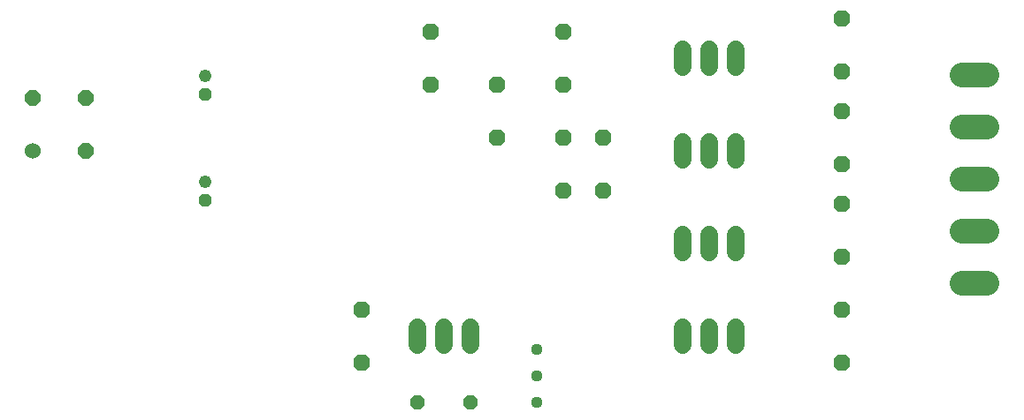
<source format=gbr>
G04 EAGLE Gerber RS-274X export*
G75*
%MOMM*%
%FSLAX34Y34*%
%LPD*%
%INBottom Copper*%
%IPPOS*%
%AMOC8*
5,1,8,0,0,1.08239X$1,22.5*%
G01*
%ADD10C,1.524000*%
%ADD11P,1.649562X8X112.500000*%
%ADD12P,1.319650X8X292.500000*%
%ADD13C,1.219200*%
%ADD14P,1.732040X8X292.500000*%
%ADD15P,1.732040X8X112.500000*%
%ADD16C,1.676400*%
%ADD17P,1.429621X8X22.500000*%
%ADD18C,2.400000*%
%ADD19C,1.117600*%


D10*
X254000Y304800D03*
D11*
X254000Y355600D03*
X304800Y355600D03*
X304800Y304800D03*
D12*
X419100Y359410D03*
D13*
X419100Y377190D03*
D12*
X419100Y257810D03*
D13*
X419100Y275590D03*
D14*
X635000Y419100D03*
X635000Y368300D03*
X1028700Y342900D03*
X1028700Y292100D03*
X698500Y368300D03*
X698500Y317500D03*
X1028700Y254000D03*
X1028700Y203200D03*
D15*
X568960Y101600D03*
X568960Y152400D03*
D16*
X876300Y296418D02*
X876300Y313182D01*
X901700Y313182D02*
X901700Y296418D01*
X927100Y296418D02*
X927100Y313182D01*
X876300Y224282D02*
X876300Y207518D01*
X901700Y207518D02*
X901700Y224282D01*
X927100Y224282D02*
X927100Y207518D01*
D17*
X622300Y63500D03*
X673100Y63500D03*
D16*
X876300Y118618D02*
X876300Y135382D01*
X901700Y135382D02*
X901700Y118618D01*
X927100Y118618D02*
X927100Y135382D01*
X876300Y385318D02*
X876300Y402082D01*
X901700Y402082D02*
X901700Y385318D01*
X927100Y385318D02*
X927100Y402082D01*
D15*
X1028700Y101600D03*
X1028700Y152400D03*
X1028700Y381000D03*
X1028700Y431800D03*
D18*
X1143700Y178200D02*
X1167700Y178200D01*
X1167700Y228200D02*
X1143700Y228200D01*
X1143700Y278200D02*
X1167700Y278200D01*
X1167700Y328200D02*
X1143700Y328200D01*
X1143700Y378200D02*
X1167700Y378200D01*
D16*
X622300Y135382D02*
X622300Y118618D01*
X647700Y118618D02*
X647700Y135382D01*
X673100Y135382D02*
X673100Y118618D01*
D19*
X736600Y114300D03*
X736600Y88900D03*
X736600Y63500D03*
D14*
X762000Y317500D03*
X762000Y266700D03*
X762000Y419100D03*
X762000Y368300D03*
X800100Y317500D03*
X800100Y266700D03*
M02*

</source>
